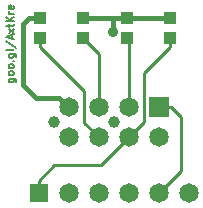
<source format=gtl>
G04 #@! TF.FileFunction,Copper,L1,Top,Signal*
%FSLAX46Y46*%
G04 Gerber Fmt 4.6, Leading zero omitted, Abs format (unit mm)*
G04 Created by KiCad (PCBNEW (2015-03-12 BZR 5508)-product) date Fri 13 Mar 2015 10:54:59 PM CET*
%MOMM*%
G01*
G04 APERTURE LIST*
%ADD10C,0.100000*%
%ADD11C,0.160000*%
%ADD12R,1.099820X0.998220*%
%ADD13R,1.651000X1.651000*%
%ADD14C,1.651000*%
%ADD15C,1.000000*%
%ADD16R,1.650000X1.650000*%
%ADD17C,1.650000*%
%ADD18C,0.889000*%
%ADD19C,0.406400*%
%ADD20C,0.254000*%
G04 APERTURE END LIST*
D10*
D11*
X155610714Y-107290476D02*
X156136905Y-107290476D01*
X156198810Y-107321428D01*
X156229762Y-107352380D01*
X156260714Y-107414285D01*
X156260714Y-107507142D01*
X156229762Y-107569047D01*
X156013095Y-107290476D02*
X156044048Y-107352380D01*
X156044048Y-107476190D01*
X156013095Y-107538095D01*
X155982143Y-107569047D01*
X155920238Y-107599999D01*
X155734524Y-107599999D01*
X155672619Y-107569047D01*
X155641667Y-107538095D01*
X155610714Y-107476190D01*
X155610714Y-107352380D01*
X155641667Y-107290476D01*
X156044048Y-106888095D02*
X156013095Y-106950000D01*
X155982143Y-106980952D01*
X155920238Y-107011904D01*
X155734524Y-107011904D01*
X155672619Y-106980952D01*
X155641667Y-106950000D01*
X155610714Y-106888095D01*
X155610714Y-106795238D01*
X155641667Y-106733333D01*
X155672619Y-106702381D01*
X155734524Y-106671428D01*
X155920238Y-106671428D01*
X155982143Y-106702381D01*
X156013095Y-106733333D01*
X156044048Y-106795238D01*
X156044048Y-106888095D01*
X156044048Y-106300000D02*
X156013095Y-106361905D01*
X155982143Y-106392857D01*
X155920238Y-106423809D01*
X155734524Y-106423809D01*
X155672619Y-106392857D01*
X155641667Y-106361905D01*
X155610714Y-106300000D01*
X155610714Y-106207143D01*
X155641667Y-106145238D01*
X155672619Y-106114286D01*
X155734524Y-106083333D01*
X155920238Y-106083333D01*
X155982143Y-106114286D01*
X156013095Y-106145238D01*
X156044048Y-106207143D01*
X156044048Y-106300000D01*
X155982143Y-105804762D02*
X156013095Y-105773810D01*
X156044048Y-105804762D01*
X156013095Y-105835714D01*
X155982143Y-105804762D01*
X156044048Y-105804762D01*
X155610714Y-105216667D02*
X156136905Y-105216667D01*
X156198810Y-105247619D01*
X156229762Y-105278571D01*
X156260714Y-105340476D01*
X156260714Y-105433333D01*
X156229762Y-105495238D01*
X156013095Y-105216667D02*
X156044048Y-105278571D01*
X156044048Y-105402381D01*
X156013095Y-105464286D01*
X155982143Y-105495238D01*
X155920238Y-105526190D01*
X155734524Y-105526190D01*
X155672619Y-105495238D01*
X155641667Y-105464286D01*
X155610714Y-105402381D01*
X155610714Y-105278571D01*
X155641667Y-105216667D01*
X156044048Y-104814286D02*
X156013095Y-104876191D01*
X155951190Y-104907143D01*
X155394048Y-104907143D01*
X155363095Y-104102381D02*
X156198810Y-104659524D01*
X155858333Y-103916667D02*
X155858333Y-103607144D01*
X156044048Y-103978572D02*
X155394048Y-103761906D01*
X156044048Y-103545239D01*
X156044048Y-103390477D02*
X155610714Y-103050001D01*
X155610714Y-103390477D02*
X156044048Y-103050001D01*
X155610714Y-102895239D02*
X155610714Y-102647620D01*
X155394048Y-102802382D02*
X155951190Y-102802382D01*
X156013095Y-102771430D01*
X156044048Y-102709525D01*
X156044048Y-102647620D01*
X156044048Y-102430953D02*
X155394048Y-102430953D01*
X156044048Y-102059525D02*
X155672619Y-102338096D01*
X155394048Y-102059525D02*
X155765476Y-102430953D01*
X156044048Y-101780953D02*
X155610714Y-101780953D01*
X155734524Y-101780953D02*
X155672619Y-101750001D01*
X155641667Y-101719048D01*
X155610714Y-101657144D01*
X155610714Y-101595239D01*
X156013095Y-101130953D02*
X156044048Y-101192858D01*
X156044048Y-101316667D01*
X156013095Y-101378572D01*
X155951190Y-101409524D01*
X155703571Y-101409524D01*
X155641667Y-101378572D01*
X155610714Y-101316667D01*
X155610714Y-101192858D01*
X155641667Y-101130953D01*
X155703571Y-101100001D01*
X155765476Y-101100001D01*
X155827381Y-101409524D01*
D12*
X158242000Y-102151640D03*
X158242000Y-103848360D03*
X161861500Y-102151640D03*
X161861500Y-103848360D03*
X165608000Y-102151640D03*
X165608000Y-103848360D03*
X169291000Y-102151640D03*
X169291000Y-103848360D03*
D13*
X168310000Y-109730000D03*
D14*
X168310000Y-112270000D03*
X165770000Y-109730000D03*
X165770000Y-112270000D03*
X163230000Y-109730000D03*
X163230000Y-112270000D03*
X160690000Y-109730000D03*
X160690000Y-112270000D03*
D15*
X164500000Y-111000000D03*
X159420000Y-111000000D03*
D16*
X158150000Y-117000000D03*
D17*
X160690000Y-117000000D03*
X163230000Y-117000000D03*
X165770000Y-117000000D03*
X168310000Y-117000000D03*
X170850000Y-117000000D03*
D18*
X164410457Y-103339196D03*
D19*
X160690000Y-109730000D02*
X159864501Y-108904501D01*
X157904501Y-108904501D02*
X156800000Y-107800000D01*
X159864501Y-108904501D02*
X157904501Y-108904501D01*
X156800000Y-107800000D02*
X156800000Y-102637330D01*
X156800000Y-102637330D02*
X157285690Y-102151640D01*
X157285690Y-102151640D02*
X158242000Y-102151640D01*
X163570098Y-102151640D02*
X164068751Y-102151640D01*
X161861500Y-102151640D02*
X163570098Y-102151640D01*
X165608000Y-102151640D02*
X169291000Y-102151640D01*
X164410457Y-103339196D02*
X164410457Y-102152194D01*
X164410457Y-102152194D02*
X164411011Y-102151640D01*
X164411011Y-102151640D02*
X164068751Y-102151640D01*
X165608000Y-102151640D02*
X164411011Y-102151640D01*
D20*
X169389500Y-109730000D02*
X168310000Y-109730000D01*
X170200000Y-110540500D02*
X169389500Y-109730000D01*
X170200000Y-115110000D02*
X170200000Y-110540500D01*
X168310000Y-117000000D02*
X170200000Y-115110000D01*
X165770000Y-112270000D02*
X167050000Y-110990000D01*
X167050000Y-110990000D02*
X167050000Y-106842470D01*
X167050000Y-106842470D02*
X169291000Y-104601470D01*
X169291000Y-104601470D02*
X169291000Y-103848360D01*
X158150000Y-117000000D02*
X158150000Y-115921000D01*
X158150000Y-115921000D02*
X159471000Y-114600000D01*
X159471000Y-114600000D02*
X163440000Y-114600000D01*
X163440000Y-114600000D02*
X164944501Y-113095499D01*
X164944501Y-113095499D02*
X165770000Y-112270000D01*
X163230000Y-112270000D02*
X162000000Y-111040000D01*
X162000000Y-111040000D02*
X162000000Y-108359470D01*
X162000000Y-108359470D02*
X158242000Y-104601470D01*
X158242000Y-104601470D02*
X158242000Y-103848360D01*
X165420000Y-117000000D02*
X165770000Y-117000000D01*
X165770000Y-109730000D02*
X165770000Y-104010360D01*
X165770000Y-104010360D02*
X165608000Y-103848360D01*
X163230000Y-109730000D02*
X163230000Y-105166060D01*
X163230000Y-105166060D02*
X161912300Y-103848360D01*
X161912300Y-103848360D02*
X161861500Y-103848360D01*
M02*

</source>
